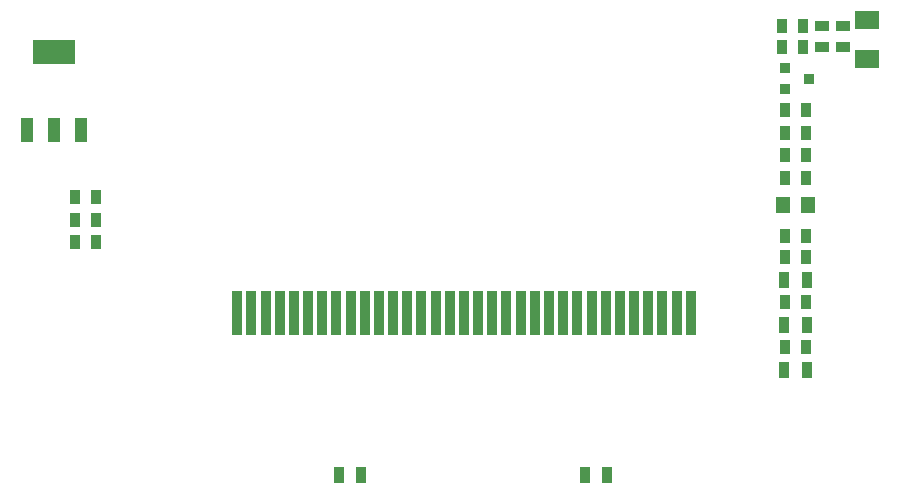
<source format=gbp>
G04 (created by PCBNEW (2013-03-31 BZR 4008)-stable) date 25/04/2013 14:21:09*
%MOIN*%
G04 Gerber Fmt 3.4, Leading zero omitted, Abs format*
%FSLAX34Y34*%
G01*
G70*
G90*
G04 APERTURE LIST*
%ADD10C,2.3622e-006*%
%ADD11R,0.036X0.036*%
%ADD12R,0.045X0.055*%
%ADD13R,0.035X0.045*%
%ADD14R,0.08X0.06*%
%ADD15R,0.035X0.055*%
%ADD16R,0.144X0.08*%
%ADD17R,0.04X0.08*%
%ADD18R,0.045X0.035*%
%ADD19R,0.0354X0.15*%
G04 APERTURE END LIST*
G54D10*
G54D11*
X99900Y-44900D03*
X99900Y-45600D03*
X100700Y-45250D03*
G54D12*
X99825Y-49450D03*
X100675Y-49450D03*
G54D13*
X99900Y-46300D03*
X100600Y-46300D03*
X100600Y-47050D03*
X99900Y-47050D03*
X100600Y-48550D03*
X99900Y-48550D03*
X100600Y-47800D03*
X99900Y-47800D03*
X99800Y-43500D03*
X100500Y-43500D03*
X100500Y-44200D03*
X99800Y-44200D03*
G54D14*
X102650Y-44600D03*
X102650Y-43300D03*
G54D15*
X85025Y-58450D03*
X85775Y-58450D03*
X93975Y-58450D03*
X93225Y-58450D03*
X99875Y-54950D03*
X100625Y-54950D03*
X99875Y-53450D03*
X100625Y-53450D03*
X99875Y-51950D03*
X100625Y-51950D03*
G54D13*
X100600Y-54200D03*
X99900Y-54200D03*
X100600Y-52700D03*
X99900Y-52700D03*
X100600Y-51200D03*
X99900Y-51200D03*
X100600Y-50500D03*
X99900Y-50500D03*
X76950Y-50700D03*
X76250Y-50700D03*
X76950Y-49950D03*
X76250Y-49950D03*
X76950Y-49200D03*
X76250Y-49200D03*
G54D16*
X75550Y-44350D03*
G54D17*
X75550Y-46950D03*
X74650Y-46950D03*
X76450Y-46950D03*
G54D18*
X101150Y-44200D03*
X101150Y-43500D03*
X101850Y-43500D03*
X101850Y-44200D03*
G54D19*
X89200Y-53050D03*
X89672Y-53050D03*
X90145Y-53050D03*
X96759Y-53050D03*
X96287Y-53050D03*
X95814Y-53050D03*
X95342Y-53050D03*
X94869Y-53050D03*
X94397Y-53050D03*
X93924Y-53050D03*
X93452Y-53050D03*
X92980Y-53050D03*
X92507Y-53050D03*
X92035Y-53050D03*
X91562Y-53050D03*
X91090Y-53050D03*
X90617Y-53050D03*
X88728Y-53050D03*
X88255Y-53050D03*
X87783Y-53050D03*
X87310Y-53050D03*
X86838Y-53050D03*
X86365Y-53050D03*
X85893Y-53050D03*
X85420Y-53050D03*
X84948Y-53050D03*
X84476Y-53050D03*
X84003Y-53050D03*
X83531Y-53050D03*
X83058Y-53050D03*
X82585Y-53050D03*
X82113Y-53050D03*
X81641Y-53050D03*
M02*

</source>
